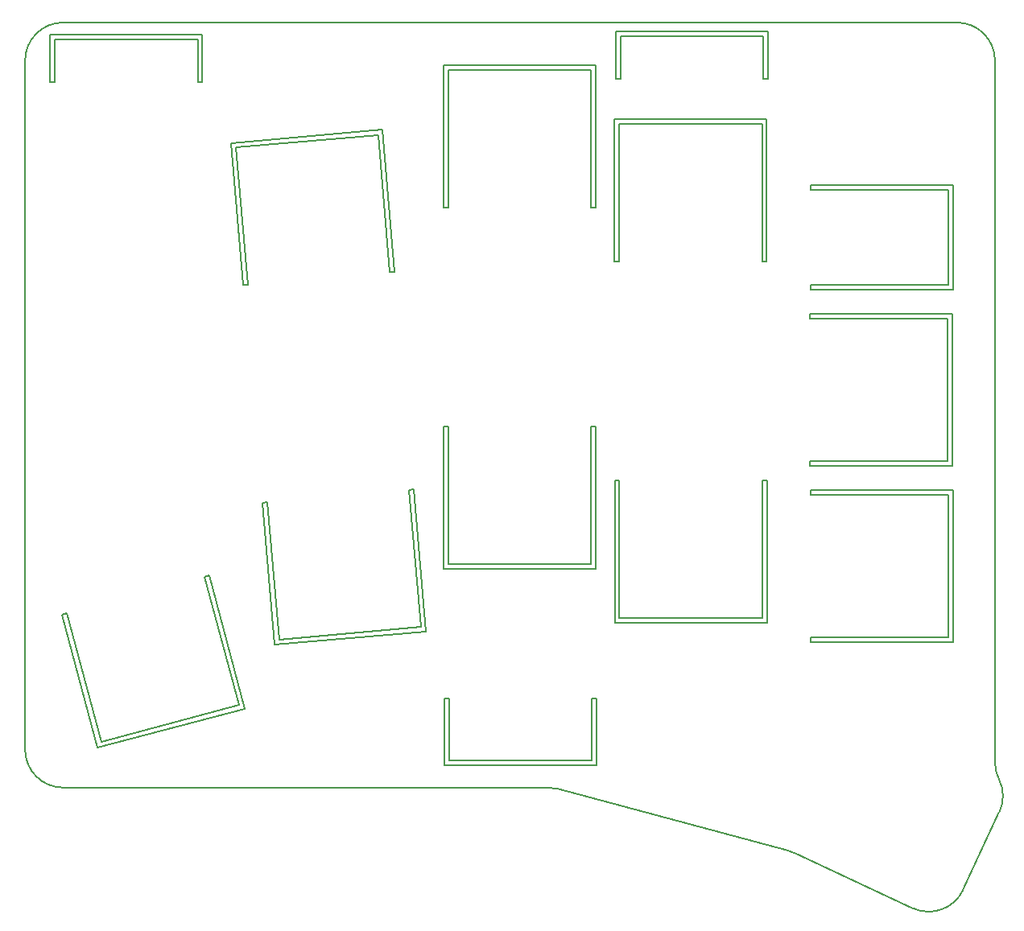
<source format=gbr>
%TF.GenerationSoftware,KiCad,Pcbnew,(5.1.10)-1*%
%TF.CreationDate,2021-07-20T22:46:25+02:00*%
%TF.ProjectId,metasepia_pfefferi_alu_bent,6d657461-7365-4706-9961-5f7066656666,VERSION_HERE*%
%TF.SameCoordinates,Original*%
%TF.FileFunction,Profile,NP*%
%FSLAX46Y46*%
G04 Gerber Fmt 4.6, Leading zero omitted, Abs format (unit mm)*
G04 Created by KiCad (PCBNEW (5.1.10)-1) date 2021-07-20 22:46:25*
%MOMM*%
%LPD*%
G01*
G04 APERTURE LIST*
%TA.AperFunction,Profile*%
%ADD10C,0.150000*%
%TD*%
G04 APERTURE END LIST*
D10*
X102174510Y5597660D02*
X102174510Y79430782D01*
X102594268Y3813881D02*
G75*
G02*
X102174510Y5597660I3580242J1783779D01*
G01*
X98835693Y-7817141D02*
G75*
G02*
X93519989Y-9751899I-3625231J1690473D01*
G01*
X81069555Y-3946167D02*
X93519989Y-9751899D01*
X98835693Y-7817141D02*
X102639257Y339629D01*
X102594268Y3813881D02*
G75*
G02*
X102639257Y339629I-3580242J-1783779D01*
G01*
X78329968Y77480020D02*
X78329968Y82480020D01*
X77829968Y77480020D02*
X78329968Y77480020D01*
X77829968Y81980020D02*
X62829968Y81980020D01*
X62829968Y81980020D02*
X62829968Y77480020D01*
X62329968Y77480020D02*
X62829968Y77480020D01*
X62329968Y82480020D02*
X62329968Y77480020D01*
X78329968Y82480020D02*
X62329968Y82480020D01*
X77829968Y77480020D02*
X77829968Y81980020D01*
X62684494Y35234125D02*
X62184494Y35234125D01*
X77684494Y20734125D02*
X77684494Y35234125D01*
X78184494Y20234125D02*
X78184494Y35234125D01*
X78184494Y35234125D02*
X77684494Y35234125D01*
X62184494Y35234125D02*
X62184494Y20234125D01*
X62684494Y20734125D02*
X77684494Y20734125D01*
X62684494Y35234125D02*
X62684494Y20734125D01*
X62184494Y20234125D02*
X78184494Y20234125D01*
X60270000Y5290000D02*
X60270000Y12290000D01*
X44770000Y5790000D02*
X59770000Y5790000D01*
X60270000Y12290000D02*
X59770000Y12290000D01*
X44770000Y12290000D02*
X44270000Y12290000D01*
X44270000Y12290000D02*
X44270000Y5290000D01*
X82769994Y55830026D02*
X82769994Y55330026D01*
X97269994Y55830026D02*
X97269994Y65830026D01*
X82769994Y55830026D02*
X97269994Y55830026D01*
X59770000Y5790000D02*
X59770000Y12290000D01*
X44770000Y12290000D02*
X44770000Y5790000D01*
X97269994Y65830026D02*
X82769994Y65830026D01*
X44270000Y5290000D02*
X60270000Y5290000D01*
X2819968Y82180020D02*
X2819968Y77180020D01*
X18819968Y82180020D02*
X2819968Y82180020D01*
X18819968Y77180020D02*
X18819968Y82180020D01*
X18319968Y77180020D02*
X18819968Y77180020D01*
X2819968Y77180020D02*
X3319968Y77180020D01*
X3319968Y81680020D02*
X3319968Y77180020D01*
X18319968Y81680020D02*
X3319968Y81680020D01*
X18319968Y77180020D02*
X18319968Y81680020D01*
X82769994Y18210026D02*
X97769994Y18210026D01*
X97769994Y18210026D02*
X97769994Y34210026D01*
X97769994Y55330026D02*
X97769994Y66330026D01*
X97269994Y18710026D02*
X97269994Y33710026D01*
X82769994Y34210026D02*
X82769994Y33710026D01*
X82769994Y55330026D02*
X97769994Y55330026D01*
X82769994Y66330026D02*
X82769994Y65830026D01*
X82769994Y18710026D02*
X82769994Y18210026D01*
X97769994Y66330026D02*
X82769994Y66330026D01*
X97269994Y33710026D02*
X82769994Y33710026D01*
X97769994Y34210026D02*
X82769994Y34210026D01*
X82769994Y18710026D02*
X97269994Y18710026D01*
X4174510Y2930782D02*
X55112616Y2930782D01*
X174510Y6930782D02*
X174510Y79430782D01*
X4174510Y83430782D02*
X98174510Y83430782D01*
X56147893Y2794486D02*
X80414358Y-3707694D01*
X7813812Y7105743D02*
X23268626Y11246848D01*
X23268626Y11246848D02*
X19515750Y25252772D01*
X19515750Y25252772D02*
X19032787Y25123363D01*
X4543899Y21241077D02*
X4060936Y21111667D01*
X4060936Y21111667D02*
X7813812Y7105743D01*
X8167366Y7718115D02*
X22656253Y11600401D01*
X22656253Y11600401D02*
X19032787Y25123363D01*
X4543899Y21241077D02*
X8167366Y7718115D01*
X37744664Y72153825D02*
X21805549Y70759333D01*
X21805549Y70759333D02*
X23112885Y55816412D01*
X23112885Y55816412D02*
X23610983Y55859990D01*
X38553903Y57167326D02*
X39052001Y57210904D01*
X39052001Y57210904D02*
X37744664Y72153825D01*
X37290145Y71612149D02*
X22347224Y70304813D01*
X22347224Y70304813D02*
X23610983Y55859990D01*
X38553903Y57167326D02*
X37290145Y71612149D01*
X60174510Y78930782D02*
X44174510Y78930782D01*
X44174510Y78930782D02*
X44174510Y63930782D01*
X44174510Y63930782D02*
X44674510Y63930782D01*
X59674510Y63930782D02*
X60174510Y63930782D01*
X60174510Y63930782D02*
X60174510Y78930782D01*
X59674510Y78430782D02*
X44674510Y78430782D01*
X44674510Y78430782D02*
X44674510Y63930782D01*
X59674510Y63930782D02*
X59674510Y78430782D01*
X78174510Y73264116D02*
X62174510Y73264116D01*
X62174510Y73264116D02*
X62174510Y58264116D01*
X62174510Y58264116D02*
X62674510Y58264116D01*
X77674510Y58264116D02*
X78174510Y58264116D01*
X78174510Y58264116D02*
X78174510Y73264116D01*
X77674510Y72764116D02*
X62674510Y72764116D01*
X62674510Y72764116D02*
X62674510Y58264116D01*
X77674510Y58264116D02*
X77674510Y72764116D01*
X26424804Y17961014D02*
X42363919Y19355506D01*
X42363919Y19355506D02*
X41056583Y34298426D01*
X41056583Y34298426D02*
X40558485Y34254848D01*
X25615565Y32947512D02*
X25117468Y32903934D01*
X25117468Y32903934D02*
X26424804Y17961014D01*
X26879323Y18502689D02*
X41822244Y19810025D01*
X41822244Y19810025D02*
X40558485Y34254848D01*
X25615565Y32947512D02*
X26879323Y18502689D01*
X44174510Y25930782D02*
X60174510Y25930782D01*
X60174510Y25930782D02*
X60174510Y40930782D01*
X60174510Y40930782D02*
X59674510Y40930782D01*
X44674510Y40930782D02*
X44174510Y40930782D01*
X44174510Y40930782D02*
X44174510Y25930782D01*
X44674510Y26430782D02*
X59674510Y26430782D01*
X59674510Y26430782D02*
X59674510Y40930782D01*
X44674510Y40930782D02*
X44674510Y26430782D01*
X97674510Y36764116D02*
X97674510Y52764116D01*
X97674510Y52764116D02*
X82674510Y52764116D01*
X82674510Y52764116D02*
X82674510Y52264116D01*
X82674510Y37264116D02*
X82674510Y36764116D01*
X82674510Y36764116D02*
X97674510Y36764116D01*
X97174510Y37264116D02*
X97174510Y52264116D01*
X97174510Y52264116D02*
X82674510Y52264116D01*
X82674510Y37264116D02*
X97174510Y37264116D01*
X55112616Y2930783D02*
G75*
G02*
X56147892Y2794486I0J-4000001D01*
G01*
X80414358Y-3707695D02*
G75*
G02*
X81069555Y-3946167I-1035276J-3863703D01*
G01*
X98174510Y83430782D02*
G75*
G02*
X102174510Y79430782I0J-4000000D01*
G01*
X174510Y79430782D02*
G75*
G02*
X4174510Y83430782I4000000J0D01*
G01*
X4174510Y2930782D02*
G75*
G02*
X174510Y6930782I0J4000000D01*
G01*
M02*

</source>
